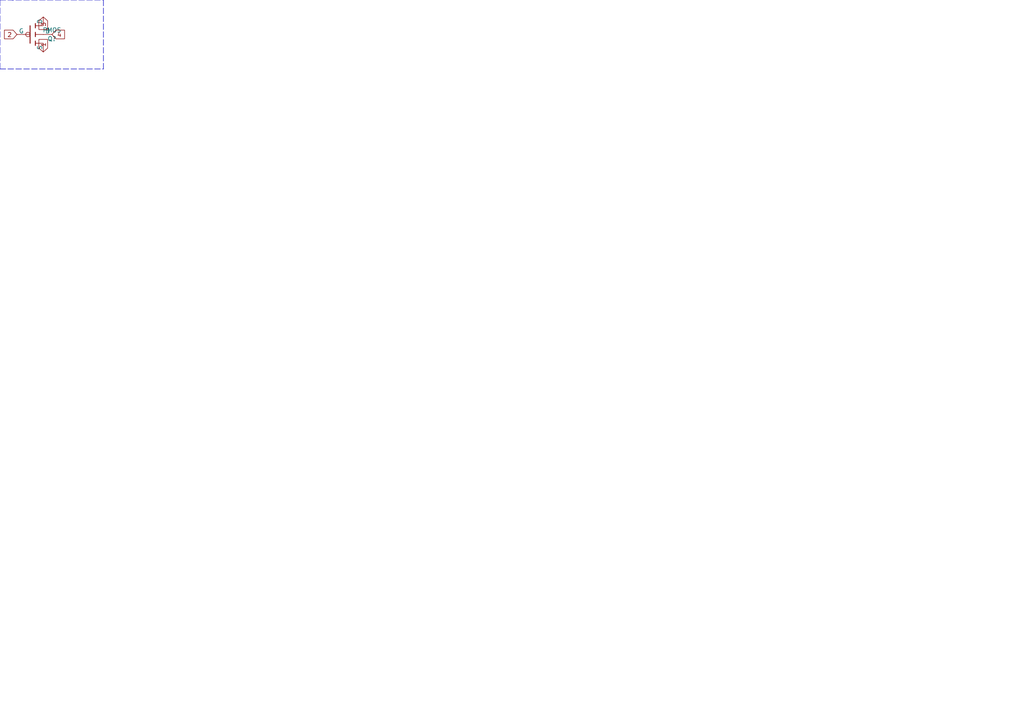
<source format=kicad_sch>
(kicad_sch (version 20201015) (generator eeschema)
  (paper "A4")
  (lib_symbols
    (symbol "Simulation_SPICE:PMOS" (pin_numbers hide) (pin_names (offset 0))
      (property "Reference" "Q" (at 5.08 1.27 0))
      (property "Value" "PMOS" (at 5.08 -1.27 0))
      (symbol "PMOS_0_1"
        (polyline (pts (xy 0.254 0.635) (xy 0.254 -0.635)) (stroke (width 0.254)))
        (polyline (pts (xy 0.254 1.905) (xy 0.254 3.175)) (stroke (width 0.254)))
        (polyline (pts (xy 0.254 -1.905) (xy 0.254 -3.175)) (stroke (width 0.254)))
        (polyline (pts (xy 0.254 0) (xy 2.54 0)))
        (polyline (pts (xy 0.254 2.54) (xy 2.54 2.54)))
        (polyline (pts (xy 0.254 -2.54) (xy 2.54 -2.54)))
        (polyline (pts (xy -1.27 2.54) (xy -1.27 -2.54)) (stroke (width 0.254)))
        (polyline (pts (xy -1.27 0) (xy -2.54 0)))
        (circle (center -1.905 0) (radius 0.635))
      )
      (symbol "PMOS_1_1"
        (pin passive line (at 2.54 5.08 270) (length 2.54) (name "D") (number "1"))
        (pin input line (at -5.08 0 0) (length 2.54) (name "G") (number "2"))
        (pin passive line (at 2.54 -5.08 90) (length 2.54) (name "S") (number "3"))
        (pin passive line (at 5.08 0 180) (length 2.54) (name "B") (number "4"))
      )
    )
  )
  (polyline (pts (xy 0 0) (xy 0 20)) (stroke (width 0) (type dash)))
  (polyline (pts (xy 0 0) (xy 30 0)) (stroke (width 0) (type dash)))
  (polyline (pts (xy 0 20) (xy 30 20)) (stroke (width 0) (type dash)))
  (polyline (pts (xy 30 20) (xy 30 0)) (stroke (width 0) (type dash)))
  (text "D X.*\nF .*\nV sg13_lv_pmos" (at 0 0 0) (effects (font (size 1.27 1.27)) (justify left bottom)))
  (global_label "1" (shape input) (at 12.54 15.08 90))
  (global_label "2" (shape input) (at 4.92 10 180))
  (global_label "3" (shape input) (at 12.54 4.92 270))
  (global_label "4" (shape input) (at 15.08 10 0))
  (symbol (lib_id "Simulation_SPICE:PMOS") (at 10 10 0) (unit 1)
    (property "Reference" "Q?" (at 15.08 11.27 0))
    (property "Value" "PMOS" (at 15.08 8.73 0))
  )
)
</source>
